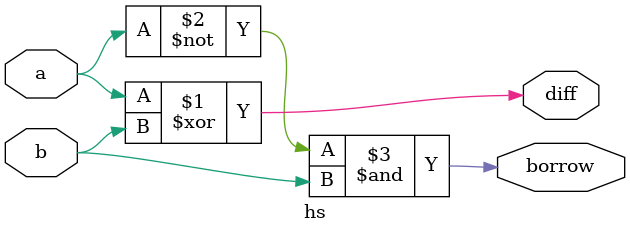
<source format=v>
module hs(diff,borrow,a,b);
	input a,b;
	output diff,borrow;
	assign diff=a^b;
	assign borrow=(~a&b);
endmodule
</source>
